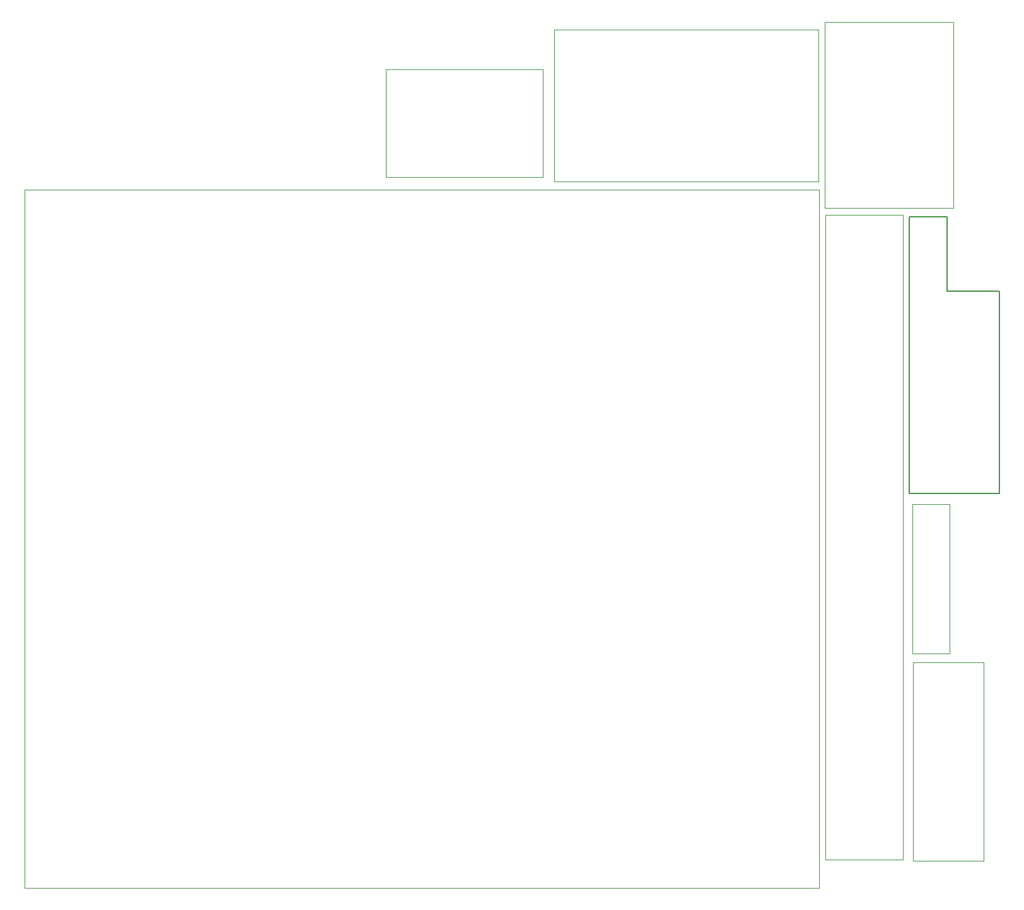
<source format=gbr>
%TF.GenerationSoftware,KiCad,Pcbnew,5.1.7-a382d34a8~88~ubuntu20.04.1*%
%TF.CreationDate,2021-03-09T09:32:07+01:00*%
%TF.ProjectId,narcise-redux,6e617263-6973-4652-9d72-656475782e6b,rev?*%
%TF.SameCoordinates,Original*%
%TF.FileFunction,Profile,NP*%
%FSLAX46Y46*%
G04 Gerber Fmt 4.6, Leading zero omitted, Abs format (unit mm)*
G04 Created by KiCad (PCBNEW 5.1.7-a382d34a8~88~ubuntu20.04.1) date 2021-03-09 09:32:07*
%MOMM*%
%LPD*%
G01*
G04 APERTURE LIST*
%TA.AperFunction,Profile*%
%ADD10C,0.050000*%
%TD*%
%TA.AperFunction,Profile*%
%ADD11C,0.150000*%
%TD*%
G04 APERTURE END LIST*
D10*
X146708000Y-383556000D02*
X136294000Y-383556000D01*
X146708000Y-296942000D02*
X146708000Y-383556000D01*
X136294000Y-296942000D02*
X146708000Y-296942000D01*
X136294000Y-383556000D02*
X136294000Y-296942000D01*
X148005000Y-357045000D02*
X157530000Y-357045000D01*
X148005000Y-383715000D02*
X148005000Y-357045000D01*
X157530000Y-383715000D02*
X148005000Y-383715000D01*
X157530000Y-357045000D02*
X157530000Y-383715000D01*
X152930000Y-355849000D02*
X147977000Y-355849000D01*
X147977000Y-335783000D02*
X152930000Y-335783000D01*
X147977000Y-355849000D02*
X147977000Y-335783000D01*
X152930000Y-335783000D02*
X152930000Y-355849000D01*
D11*
X159599000Y-307166000D02*
X152614000Y-307166000D01*
X159599000Y-334344000D02*
X147534000Y-334344000D01*
X152614000Y-307166000D02*
X152614000Y-297133000D01*
X159599000Y-334344000D02*
X159599000Y-307166000D01*
X152614000Y-297133000D02*
X147534000Y-297133000D01*
X147534000Y-297133000D02*
X147534000Y-334344000D01*
D10*
X98297000Y-291837000D02*
X98297000Y-277359000D01*
X98297000Y-277359000D02*
X77215000Y-277359000D01*
X77215000Y-277359000D02*
X77215000Y-291837000D01*
X77215000Y-291837000D02*
X98297000Y-291837000D01*
X136157000Y-270987000D02*
X153429000Y-270987000D01*
X153429000Y-270987000D02*
X153429000Y-296006000D01*
X136157000Y-295625000D02*
X136157000Y-270987000D01*
X153429000Y-296006000D02*
X136157000Y-296006000D01*
X136157000Y-296006000D02*
X136157000Y-295625000D01*
X99882000Y-272018000D02*
X135315000Y-272018000D01*
X135315000Y-292465000D02*
X99882000Y-292465000D01*
X99882000Y-292465000D02*
X99882000Y-272018000D01*
X135315000Y-272018000D02*
X135315000Y-292465000D01*
X28725000Y-293513000D02*
X135405000Y-293513000D01*
X28725000Y-387366000D02*
X28725000Y-293513000D01*
X135405000Y-387366000D02*
X28725000Y-387366000D01*
X135405000Y-293513000D02*
X135405000Y-387366000D01*
M02*

</source>
